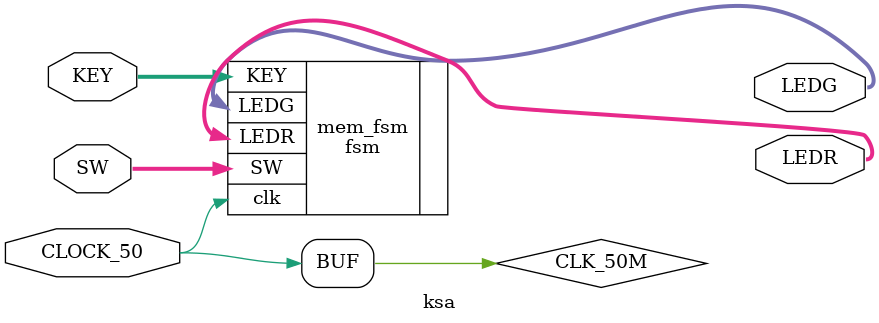
<source format=sv>
`default_nettype none
module ksa(

	//// CLOCK ////
   CLOCK_50,
	
	//// KEY ////
   KEY,    
	
	//// SWITCH ////
   SW,
	
	//// LED ////
   LEDR,
	LEDG,
	
);

//=======================================================
//  PORT declarations
//=======================================================

//////////// CLOCK //////////
input                       CLOCK_50;

//////////// LED //////////
output           [17:0]      LEDR;
output 			  [7:0]		  LEDG;

//////////// KEY //////////
input            [3:0]      KEY;

//////////// SW //////////
input           [17:0]      SW;

//=======================================================
//  REG/WIRE declarations
//=======================================================
// Input and output declarations
logic CLK_50M;
logic [17:0] LEDR;
logic [7:0]  LEG;
logic [17:0] SW;
logic [3:0] KEY;
assign CLK_50M = CLOCK_50;

//Control fsm
fsm mem_fsm( .clk(CLK_50M), .KEY(KEY), .SW(SW), .LEDG(LEDG), .LEDR(LEDR) );

endmodule

</source>
